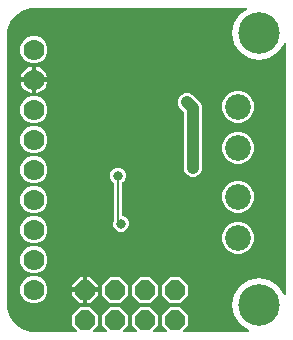
<source format=gbr>
G04 EAGLE Gerber RS-274X export*
G75*
%MOMM*%
%FSLAX34Y34*%
%LPD*%
%INBottom Copper*%
%IPPOS*%
%AMOC8*
5,1,8,0,0,1.08239X$1,22.5*%
G01*
%ADD10C,3.516000*%
%ADD11C,1.778000*%
%ADD12C,2.184400*%
%ADD13P,1.814519X8X202.500000*%
%ADD14C,0.806400*%
%ADD15C,1.016000*%
%ADD16C,0.203200*%
%ADD17C,1.006400*%

G36*
X60870Y2545D02*
X60870Y2545D01*
X60899Y2542D01*
X61011Y2565D01*
X61123Y2581D01*
X61149Y2593D01*
X61178Y2598D01*
X61279Y2650D01*
X61382Y2697D01*
X61405Y2716D01*
X61431Y2729D01*
X61513Y2807D01*
X61599Y2880D01*
X61615Y2905D01*
X61637Y2925D01*
X61694Y3023D01*
X61757Y3117D01*
X61766Y3145D01*
X61780Y3170D01*
X61808Y3280D01*
X61842Y3388D01*
X61843Y3418D01*
X61850Y3446D01*
X61847Y3559D01*
X61850Y3672D01*
X61842Y3701D01*
X61841Y3730D01*
X61807Y3838D01*
X61778Y3947D01*
X61763Y3973D01*
X61754Y4001D01*
X61708Y4064D01*
X61633Y4192D01*
X61587Y4235D01*
X61559Y4274D01*
X57657Y8176D01*
X57657Y17224D01*
X64056Y23623D01*
X73104Y23623D01*
X79503Y17224D01*
X79503Y8176D01*
X75601Y4274D01*
X75583Y4250D01*
X75561Y4231D01*
X75498Y4137D01*
X75430Y4047D01*
X75420Y4019D01*
X75403Y3995D01*
X75369Y3887D01*
X75329Y3781D01*
X75326Y3752D01*
X75318Y3724D01*
X75315Y3610D01*
X75305Y3498D01*
X75311Y3469D01*
X75310Y3440D01*
X75339Y3330D01*
X75361Y3219D01*
X75375Y3193D01*
X75382Y3165D01*
X75440Y3067D01*
X75492Y2967D01*
X75512Y2945D01*
X75527Y2920D01*
X75610Y2843D01*
X75688Y2761D01*
X75713Y2746D01*
X75735Y2726D01*
X75835Y2674D01*
X75933Y2617D01*
X75962Y2610D01*
X75988Y2596D01*
X76065Y2583D01*
X76209Y2547D01*
X76271Y2549D01*
X76319Y2541D01*
X86241Y2541D01*
X86270Y2545D01*
X86299Y2542D01*
X86411Y2565D01*
X86523Y2581D01*
X86549Y2593D01*
X86578Y2598D01*
X86679Y2650D01*
X86782Y2697D01*
X86805Y2716D01*
X86831Y2729D01*
X86913Y2807D01*
X86999Y2880D01*
X87015Y2905D01*
X87037Y2925D01*
X87094Y3023D01*
X87157Y3117D01*
X87166Y3145D01*
X87180Y3170D01*
X87208Y3280D01*
X87242Y3388D01*
X87243Y3418D01*
X87250Y3446D01*
X87247Y3559D01*
X87250Y3672D01*
X87242Y3701D01*
X87241Y3730D01*
X87207Y3838D01*
X87178Y3947D01*
X87163Y3973D01*
X87154Y4001D01*
X87108Y4064D01*
X87033Y4192D01*
X86987Y4235D01*
X86959Y4274D01*
X83057Y8176D01*
X83057Y17224D01*
X89456Y23623D01*
X98504Y23623D01*
X104903Y17224D01*
X104903Y8176D01*
X101001Y4274D01*
X100983Y4250D01*
X100961Y4231D01*
X100898Y4137D01*
X100830Y4047D01*
X100820Y4019D01*
X100803Y3995D01*
X100769Y3887D01*
X100729Y3781D01*
X100726Y3752D01*
X100718Y3724D01*
X100715Y3610D01*
X100705Y3498D01*
X100711Y3469D01*
X100710Y3440D01*
X100739Y3330D01*
X100761Y3219D01*
X100775Y3193D01*
X100782Y3165D01*
X100840Y3067D01*
X100892Y2967D01*
X100912Y2945D01*
X100927Y2920D01*
X101010Y2843D01*
X101088Y2761D01*
X101113Y2746D01*
X101135Y2726D01*
X101235Y2674D01*
X101333Y2617D01*
X101362Y2610D01*
X101388Y2596D01*
X101465Y2583D01*
X101609Y2547D01*
X101671Y2549D01*
X101719Y2541D01*
X111641Y2541D01*
X111670Y2545D01*
X111699Y2542D01*
X111811Y2565D01*
X111923Y2581D01*
X111949Y2593D01*
X111978Y2598D01*
X112079Y2650D01*
X112182Y2697D01*
X112205Y2716D01*
X112231Y2729D01*
X112313Y2807D01*
X112399Y2880D01*
X112415Y2905D01*
X112437Y2925D01*
X112494Y3023D01*
X112557Y3117D01*
X112566Y3145D01*
X112580Y3170D01*
X112608Y3280D01*
X112642Y3388D01*
X112643Y3418D01*
X112650Y3446D01*
X112647Y3559D01*
X112650Y3672D01*
X112642Y3701D01*
X112641Y3730D01*
X112607Y3838D01*
X112578Y3947D01*
X112563Y3973D01*
X112554Y4001D01*
X112508Y4064D01*
X112433Y4192D01*
X112387Y4235D01*
X112359Y4274D01*
X108457Y8176D01*
X108457Y17224D01*
X114856Y23623D01*
X123904Y23623D01*
X130303Y17224D01*
X130303Y8176D01*
X126401Y4274D01*
X126383Y4250D01*
X126361Y4231D01*
X126298Y4137D01*
X126230Y4047D01*
X126220Y4019D01*
X126203Y3995D01*
X126169Y3887D01*
X126129Y3781D01*
X126126Y3752D01*
X126118Y3724D01*
X126115Y3610D01*
X126105Y3498D01*
X126111Y3469D01*
X126110Y3440D01*
X126139Y3330D01*
X126161Y3219D01*
X126175Y3193D01*
X126182Y3165D01*
X126240Y3067D01*
X126292Y2967D01*
X126312Y2945D01*
X126327Y2920D01*
X126410Y2843D01*
X126488Y2761D01*
X126513Y2746D01*
X126535Y2726D01*
X126635Y2674D01*
X126733Y2617D01*
X126762Y2610D01*
X126788Y2596D01*
X126865Y2583D01*
X127009Y2547D01*
X127071Y2549D01*
X127119Y2541D01*
X137041Y2541D01*
X137070Y2545D01*
X137099Y2542D01*
X137211Y2565D01*
X137323Y2581D01*
X137349Y2593D01*
X137378Y2598D01*
X137479Y2650D01*
X137582Y2697D01*
X137605Y2716D01*
X137631Y2729D01*
X137713Y2807D01*
X137799Y2880D01*
X137815Y2905D01*
X137837Y2925D01*
X137894Y3023D01*
X137957Y3117D01*
X137966Y3145D01*
X137980Y3170D01*
X138008Y3280D01*
X138042Y3388D01*
X138043Y3418D01*
X138050Y3446D01*
X138047Y3559D01*
X138050Y3672D01*
X138042Y3701D01*
X138041Y3730D01*
X138007Y3838D01*
X137978Y3947D01*
X137963Y3973D01*
X137954Y4001D01*
X137908Y4064D01*
X137833Y4192D01*
X137787Y4235D01*
X137759Y4274D01*
X133857Y8176D01*
X133857Y17224D01*
X140256Y23623D01*
X149304Y23623D01*
X155703Y17224D01*
X155703Y8176D01*
X151801Y4274D01*
X151783Y4250D01*
X151761Y4231D01*
X151698Y4137D01*
X151630Y4047D01*
X151620Y4019D01*
X151603Y3995D01*
X151569Y3887D01*
X151529Y3781D01*
X151526Y3752D01*
X151518Y3724D01*
X151515Y3610D01*
X151505Y3498D01*
X151511Y3469D01*
X151510Y3440D01*
X151539Y3330D01*
X151561Y3219D01*
X151575Y3193D01*
X151582Y3165D01*
X151640Y3067D01*
X151692Y2967D01*
X151712Y2945D01*
X151727Y2920D01*
X151810Y2843D01*
X151888Y2761D01*
X151913Y2746D01*
X151935Y2726D01*
X152035Y2674D01*
X152133Y2617D01*
X152162Y2610D01*
X152188Y2596D01*
X152265Y2583D01*
X152409Y2547D01*
X152471Y2549D01*
X152519Y2541D01*
X206724Y2541D01*
X206852Y2559D01*
X206979Y2573D01*
X206992Y2579D01*
X207006Y2581D01*
X207123Y2633D01*
X207242Y2682D01*
X207253Y2691D01*
X207265Y2697D01*
X207363Y2780D01*
X207464Y2860D01*
X207472Y2872D01*
X207482Y2880D01*
X207554Y2987D01*
X207628Y3092D01*
X207632Y3105D01*
X207640Y3117D01*
X207679Y3240D01*
X207721Y3361D01*
X207722Y3375D01*
X207726Y3388D01*
X207729Y3517D01*
X207736Y3645D01*
X207733Y3658D01*
X207733Y3672D01*
X207701Y3796D01*
X207672Y3922D01*
X207665Y3934D01*
X207661Y3947D01*
X207596Y4057D01*
X207533Y4170D01*
X207524Y4179D01*
X207516Y4192D01*
X207309Y4386D01*
X207297Y4392D01*
X207289Y4400D01*
X199862Y9362D01*
X194946Y16720D01*
X193219Y25400D01*
X194946Y34080D01*
X199862Y41438D01*
X207220Y46354D01*
X215900Y48081D01*
X224580Y46354D01*
X231938Y41438D01*
X236900Y34011D01*
X236985Y33916D01*
X237069Y33818D01*
X237080Y33810D01*
X237089Y33800D01*
X237198Y33732D01*
X237305Y33660D01*
X237318Y33656D01*
X237330Y33648D01*
X237453Y33613D01*
X237576Y33574D01*
X237590Y33574D01*
X237603Y33570D01*
X237732Y33570D01*
X237860Y33567D01*
X237874Y33570D01*
X237888Y33570D01*
X238011Y33606D01*
X238135Y33639D01*
X238147Y33646D01*
X238161Y33650D01*
X238269Y33718D01*
X238380Y33784D01*
X238389Y33794D01*
X238401Y33802D01*
X238486Y33897D01*
X238574Y33991D01*
X238581Y34004D01*
X238590Y34014D01*
X238645Y34130D01*
X238704Y34244D01*
X238706Y34257D01*
X238712Y34271D01*
X238759Y34551D01*
X238757Y34564D01*
X238759Y34576D01*
X238759Y246095D01*
X238741Y246222D01*
X238727Y246349D01*
X238721Y246362D01*
X238719Y246376D01*
X238667Y246493D01*
X238618Y246612D01*
X238609Y246623D01*
X238603Y246635D01*
X238520Y246733D01*
X238440Y246834D01*
X238428Y246842D01*
X238420Y246852D01*
X238313Y246924D01*
X238208Y246998D01*
X238195Y247002D01*
X238183Y247010D01*
X238060Y247049D01*
X237939Y247091D01*
X237925Y247092D01*
X237912Y247096D01*
X237783Y247099D01*
X237655Y247106D01*
X237642Y247103D01*
X237628Y247103D01*
X237504Y247071D01*
X237378Y247042D01*
X237366Y247035D01*
X237353Y247031D01*
X237243Y246966D01*
X237130Y246903D01*
X237121Y246894D01*
X237108Y246886D01*
X236914Y246679D01*
X236908Y246667D01*
X236900Y246659D01*
X231938Y239232D01*
X224580Y234316D01*
X215900Y232589D01*
X207220Y234316D01*
X199862Y239232D01*
X194946Y246590D01*
X193219Y255270D01*
X194946Y263950D01*
X199862Y271308D01*
X205388Y275000D01*
X205484Y275085D01*
X205582Y275169D01*
X205589Y275180D01*
X205600Y275189D01*
X205668Y275298D01*
X205739Y275405D01*
X205744Y275418D01*
X205751Y275430D01*
X205786Y275553D01*
X205825Y275676D01*
X205825Y275690D01*
X205829Y275703D01*
X205829Y275832D01*
X205832Y275960D01*
X205829Y275974D01*
X205829Y275988D01*
X205793Y276111D01*
X205761Y276235D01*
X205753Y276247D01*
X205750Y276261D01*
X205681Y276369D01*
X205615Y276480D01*
X205605Y276489D01*
X205598Y276501D01*
X205502Y276586D01*
X205408Y276674D01*
X205396Y276681D01*
X205385Y276690D01*
X205270Y276745D01*
X205155Y276804D01*
X205142Y276806D01*
X205129Y276812D01*
X204848Y276859D01*
X204835Y276857D01*
X204824Y276859D01*
X25400Y276859D01*
X25356Y276853D01*
X25320Y276856D01*
X21903Y276587D01*
X21745Y276552D01*
X21669Y276541D01*
X15169Y274429D01*
X14914Y274304D01*
X14900Y274291D01*
X14886Y274285D01*
X9357Y270267D01*
X9153Y270070D01*
X9144Y270054D01*
X9133Y270043D01*
X5115Y264514D01*
X4982Y264263D01*
X4978Y264244D01*
X4971Y264231D01*
X2859Y257731D01*
X2832Y257575D01*
X2820Y257536D01*
X2819Y257524D01*
X2813Y257497D01*
X2544Y254080D01*
X2547Y254035D01*
X2541Y254000D01*
X2541Y25400D01*
X2547Y25356D01*
X2544Y25320D01*
X2813Y21903D01*
X2848Y21745D01*
X2859Y21669D01*
X4971Y15169D01*
X5096Y14914D01*
X5109Y14900D01*
X5115Y14886D01*
X9133Y9357D01*
X9330Y9153D01*
X9346Y9144D01*
X9357Y9133D01*
X14886Y5115D01*
X15137Y4982D01*
X15156Y4978D01*
X15169Y4971D01*
X21669Y2859D01*
X21829Y2831D01*
X21903Y2813D01*
X25320Y2544D01*
X25365Y2547D01*
X25400Y2541D01*
X60841Y2541D01*
X60870Y2545D01*
G37*
%LPC*%
G36*
X158504Y133857D02*
X158504Y133857D01*
X155703Y135017D01*
X153559Y137161D01*
X152399Y139962D01*
X152399Y188193D01*
X152387Y188279D01*
X152384Y188367D01*
X152367Y188420D01*
X152359Y188474D01*
X152324Y188554D01*
X152297Y188637D01*
X152269Y188677D01*
X152243Y188734D01*
X152147Y188847D01*
X152102Y188911D01*
X148479Y192533D01*
X147319Y195334D01*
X147319Y198366D01*
X148479Y201167D01*
X150623Y203311D01*
X153424Y204471D01*
X156456Y204471D01*
X159257Y203311D01*
X166481Y196087D01*
X167641Y193286D01*
X167641Y139962D01*
X166481Y137161D01*
X164337Y135017D01*
X161536Y133857D01*
X158504Y133857D01*
G37*
%LPD*%
%LPC*%
G36*
X195442Y179797D02*
X195442Y179797D01*
X190494Y181847D01*
X186707Y185634D01*
X184657Y190582D01*
X184657Y195938D01*
X186707Y200886D01*
X190494Y204673D01*
X195442Y206723D01*
X200798Y206723D01*
X205746Y204673D01*
X209533Y200886D01*
X211583Y195938D01*
X211583Y190582D01*
X209533Y185634D01*
X205746Y181847D01*
X200798Y179797D01*
X195442Y179797D01*
G37*
%LPD*%
%LPC*%
G36*
X195442Y144797D02*
X195442Y144797D01*
X190494Y146847D01*
X186707Y150634D01*
X184657Y155582D01*
X184657Y160938D01*
X186707Y165886D01*
X190494Y169673D01*
X195442Y171723D01*
X200798Y171723D01*
X205746Y169673D01*
X209533Y165886D01*
X211583Y160938D01*
X211583Y155582D01*
X209533Y150634D01*
X205746Y146847D01*
X200798Y144797D01*
X195442Y144797D01*
G37*
%LPD*%
%LPC*%
G36*
X195442Y103597D02*
X195442Y103597D01*
X190494Y105647D01*
X186707Y109434D01*
X184657Y114382D01*
X184657Y119738D01*
X186707Y124686D01*
X190494Y128473D01*
X195442Y130523D01*
X200798Y130523D01*
X205746Y128473D01*
X209533Y124686D01*
X211583Y119738D01*
X211583Y114382D01*
X209533Y109434D01*
X205746Y105647D01*
X200798Y103597D01*
X195442Y103597D01*
G37*
%LPD*%
%LPC*%
G36*
X195442Y68597D02*
X195442Y68597D01*
X190494Y70647D01*
X186707Y74434D01*
X184657Y79382D01*
X184657Y84738D01*
X186707Y89686D01*
X190494Y93473D01*
X195442Y95523D01*
X200798Y95523D01*
X205746Y93473D01*
X209533Y89686D01*
X211583Y84738D01*
X211583Y79382D01*
X209533Y74434D01*
X205746Y70647D01*
X200798Y68597D01*
X195442Y68597D01*
G37*
%LPD*%
%LPC*%
G36*
X97753Y87407D02*
X97753Y87407D01*
X95337Y88408D01*
X93488Y90257D01*
X92487Y92673D01*
X92487Y95287D01*
X92886Y96250D01*
X92894Y96280D01*
X92908Y96307D01*
X92921Y96385D01*
X92957Y96525D01*
X92955Y96590D01*
X92963Y96639D01*
X92963Y128461D01*
X92956Y128514D01*
X92957Y128548D01*
X92950Y128572D01*
X92948Y128635D01*
X92931Y128688D01*
X92923Y128742D01*
X92888Y128822D01*
X92861Y128905D01*
X92833Y128945D01*
X92807Y129002D01*
X92711Y129115D01*
X92666Y129179D01*
X90948Y130897D01*
X89947Y133313D01*
X89947Y135927D01*
X90948Y138343D01*
X92797Y140192D01*
X95213Y141193D01*
X97827Y141193D01*
X100243Y140192D01*
X102092Y138343D01*
X103093Y135927D01*
X103093Y133313D01*
X102092Y130897D01*
X100374Y129179D01*
X100322Y129109D01*
X100262Y129045D01*
X100236Y128996D01*
X100203Y128952D01*
X100172Y128870D01*
X100132Y128792D01*
X100124Y128745D01*
X100102Y128686D01*
X100096Y128617D01*
X100091Y128600D01*
X100089Y128534D01*
X100077Y128461D01*
X100077Y101351D01*
X100077Y101350D01*
X100077Y101348D01*
X100097Y101208D01*
X100117Y101070D01*
X100117Y101069D01*
X100117Y101067D01*
X100175Y100939D01*
X100233Y100811D01*
X100234Y100809D01*
X100235Y100808D01*
X100326Y100701D01*
X100416Y100594D01*
X100418Y100593D01*
X100419Y100591D01*
X100432Y100583D01*
X100653Y100436D01*
X100682Y100427D01*
X100703Y100414D01*
X102783Y99552D01*
X104632Y97703D01*
X105633Y95287D01*
X105633Y92673D01*
X104632Y90257D01*
X102783Y88408D01*
X100367Y87407D01*
X97753Y87407D01*
G37*
%LPD*%
%LPC*%
G36*
X23126Y229869D02*
X23126Y229869D01*
X18925Y231610D01*
X15710Y234825D01*
X13969Y239026D01*
X13969Y243574D01*
X15710Y247775D01*
X18925Y250990D01*
X23126Y252731D01*
X27674Y252731D01*
X31875Y250990D01*
X35090Y247775D01*
X36831Y243574D01*
X36831Y239026D01*
X35090Y234825D01*
X31875Y231610D01*
X27674Y229869D01*
X23126Y229869D01*
G37*
%LPD*%
%LPC*%
G36*
X23126Y179069D02*
X23126Y179069D01*
X18925Y180810D01*
X15710Y184025D01*
X13969Y188226D01*
X13969Y192774D01*
X15710Y196975D01*
X18925Y200190D01*
X23126Y201931D01*
X27674Y201931D01*
X31875Y200190D01*
X35090Y196975D01*
X36831Y192774D01*
X36831Y188226D01*
X35090Y184025D01*
X31875Y180810D01*
X27674Y179069D01*
X23126Y179069D01*
G37*
%LPD*%
%LPC*%
G36*
X23126Y153669D02*
X23126Y153669D01*
X18925Y155410D01*
X15710Y158625D01*
X13969Y162826D01*
X13969Y167374D01*
X15710Y171575D01*
X18925Y174790D01*
X23126Y176531D01*
X27674Y176531D01*
X31875Y174790D01*
X35090Y171575D01*
X36831Y167374D01*
X36831Y162826D01*
X35090Y158625D01*
X31875Y155410D01*
X27674Y153669D01*
X23126Y153669D01*
G37*
%LPD*%
%LPC*%
G36*
X23126Y128269D02*
X23126Y128269D01*
X18925Y130010D01*
X15710Y133225D01*
X13969Y137426D01*
X13969Y141974D01*
X15710Y146175D01*
X18925Y149390D01*
X23126Y151131D01*
X27674Y151131D01*
X31875Y149390D01*
X35090Y146175D01*
X36831Y141974D01*
X36831Y137426D01*
X35090Y133225D01*
X31875Y130010D01*
X27674Y128269D01*
X23126Y128269D01*
G37*
%LPD*%
%LPC*%
G36*
X23126Y102869D02*
X23126Y102869D01*
X18925Y104610D01*
X15710Y107825D01*
X13969Y112026D01*
X13969Y116574D01*
X15710Y120775D01*
X18925Y123990D01*
X23126Y125731D01*
X27674Y125731D01*
X31875Y123990D01*
X35090Y120775D01*
X36831Y116574D01*
X36831Y112026D01*
X35090Y107825D01*
X31875Y104610D01*
X27674Y102869D01*
X23126Y102869D01*
G37*
%LPD*%
%LPC*%
G36*
X23126Y77469D02*
X23126Y77469D01*
X18925Y79210D01*
X15710Y82425D01*
X13969Y86626D01*
X13969Y91174D01*
X15710Y95375D01*
X18925Y98590D01*
X23126Y100331D01*
X27674Y100331D01*
X31875Y98590D01*
X35090Y95375D01*
X36831Y91174D01*
X36831Y86626D01*
X35090Y82425D01*
X31875Y79210D01*
X27674Y77469D01*
X23126Y77469D01*
G37*
%LPD*%
%LPC*%
G36*
X23126Y52069D02*
X23126Y52069D01*
X18925Y53810D01*
X15710Y57025D01*
X13969Y61226D01*
X13969Y65774D01*
X15710Y69975D01*
X18925Y73190D01*
X23126Y74931D01*
X27674Y74931D01*
X31875Y73190D01*
X35090Y69975D01*
X36831Y65774D01*
X36831Y61226D01*
X35090Y57025D01*
X31875Y53810D01*
X27674Y52069D01*
X23126Y52069D01*
G37*
%LPD*%
%LPC*%
G36*
X23126Y26669D02*
X23126Y26669D01*
X18925Y28410D01*
X15710Y31625D01*
X13969Y35826D01*
X13969Y40374D01*
X15710Y44575D01*
X18925Y47790D01*
X23126Y49531D01*
X27674Y49531D01*
X31875Y47790D01*
X35090Y44575D01*
X36831Y40374D01*
X36831Y35826D01*
X35090Y31625D01*
X31875Y28410D01*
X27674Y26669D01*
X23126Y26669D01*
G37*
%LPD*%
%LPC*%
G36*
X114856Y27177D02*
X114856Y27177D01*
X108457Y33576D01*
X108457Y42624D01*
X114856Y49023D01*
X123904Y49023D01*
X130303Y42624D01*
X130303Y33576D01*
X123904Y27177D01*
X114856Y27177D01*
G37*
%LPD*%
%LPC*%
G36*
X89456Y27177D02*
X89456Y27177D01*
X83057Y33576D01*
X83057Y42624D01*
X89456Y49023D01*
X98504Y49023D01*
X104903Y42624D01*
X104903Y33576D01*
X98504Y27177D01*
X89456Y27177D01*
G37*
%LPD*%
%LPC*%
G36*
X140256Y27177D02*
X140256Y27177D01*
X133857Y33576D01*
X133857Y42624D01*
X140256Y49023D01*
X149304Y49023D01*
X155703Y42624D01*
X155703Y33576D01*
X149304Y27177D01*
X140256Y27177D01*
G37*
%LPD*%
%LPC*%
G36*
X27431Y217931D02*
X27431Y217931D01*
X27431Y227152D01*
X28077Y227049D01*
X29788Y226493D01*
X31391Y225676D01*
X32847Y224619D01*
X34119Y223347D01*
X35176Y221891D01*
X35993Y220288D01*
X36549Y218577D01*
X36652Y217931D01*
X27431Y217931D01*
G37*
%LPD*%
%LPC*%
G36*
X14148Y217931D02*
X14148Y217931D01*
X14251Y218577D01*
X14807Y220288D01*
X15624Y221891D01*
X16681Y223347D01*
X17953Y224619D01*
X19409Y225676D01*
X21012Y226493D01*
X22723Y227049D01*
X23369Y227152D01*
X23369Y217931D01*
X14148Y217931D01*
G37*
%LPD*%
%LPC*%
G36*
X27431Y213869D02*
X27431Y213869D01*
X36652Y213869D01*
X36549Y213223D01*
X35993Y211512D01*
X35176Y209909D01*
X34119Y208453D01*
X32847Y207181D01*
X31391Y206124D01*
X29788Y205307D01*
X28077Y204751D01*
X27431Y204648D01*
X27431Y213869D01*
G37*
%LPD*%
%LPC*%
G36*
X22723Y204751D02*
X22723Y204751D01*
X21012Y205307D01*
X19409Y206124D01*
X17953Y207181D01*
X16681Y208453D01*
X15624Y209909D01*
X14807Y211512D01*
X14251Y213223D01*
X14148Y213869D01*
X23369Y213869D01*
X23369Y204648D01*
X22723Y204751D01*
G37*
%LPD*%
%LPC*%
G36*
X70611Y40131D02*
X70611Y40131D01*
X70611Y49023D01*
X73104Y49023D01*
X79503Y42624D01*
X79503Y40131D01*
X70611Y40131D01*
G37*
%LPD*%
%LPC*%
G36*
X57657Y40131D02*
X57657Y40131D01*
X57657Y42624D01*
X64056Y49023D01*
X66549Y49023D01*
X66549Y40131D01*
X57657Y40131D01*
G37*
%LPD*%
%LPC*%
G36*
X70611Y27177D02*
X70611Y27177D01*
X70611Y36069D01*
X79503Y36069D01*
X79503Y33576D01*
X73104Y27177D01*
X70611Y27177D01*
G37*
%LPD*%
%LPC*%
G36*
X64056Y27177D02*
X64056Y27177D01*
X57657Y33576D01*
X57657Y36069D01*
X66549Y36069D01*
X66549Y27177D01*
X64056Y27177D01*
G37*
%LPD*%
%LPC*%
G36*
X25399Y215899D02*
X25399Y215899D01*
X25399Y215901D01*
X25401Y215901D01*
X25401Y215899D01*
X25399Y215899D01*
G37*
%LPD*%
%LPC*%
G36*
X68579Y38099D02*
X68579Y38099D01*
X68579Y38101D01*
X68581Y38101D01*
X68581Y38099D01*
X68579Y38099D01*
G37*
%LPD*%
D10*
X215900Y25400D03*
X215900Y255270D03*
D11*
X25400Y38100D03*
X25400Y63500D03*
X25400Y88900D03*
X25400Y114300D03*
X25400Y139700D03*
X25400Y165100D03*
X25400Y190500D03*
X25400Y215900D03*
X25400Y241300D03*
D12*
X198120Y193260D03*
X198120Y158260D03*
X198120Y117060D03*
X198120Y82060D03*
D13*
X144780Y38100D03*
X144780Y12700D03*
X119380Y38100D03*
X119380Y12700D03*
X93980Y38100D03*
X93980Y12700D03*
X68580Y38100D03*
X68580Y12700D03*
D14*
X160020Y141478D03*
D15*
X160020Y191770D01*
X154940Y196850D01*
D14*
X154940Y196850D03*
D16*
X127000Y107188D02*
X125984Y107188D01*
D17*
X118110Y162560D03*
X146050Y162560D03*
X116840Y115570D03*
X146050Y115570D03*
X132080Y115570D03*
X132080Y162560D03*
D14*
X96520Y134620D03*
D16*
X96520Y96520D01*
X99060Y93980D01*
D14*
X99060Y93980D03*
M02*

</source>
